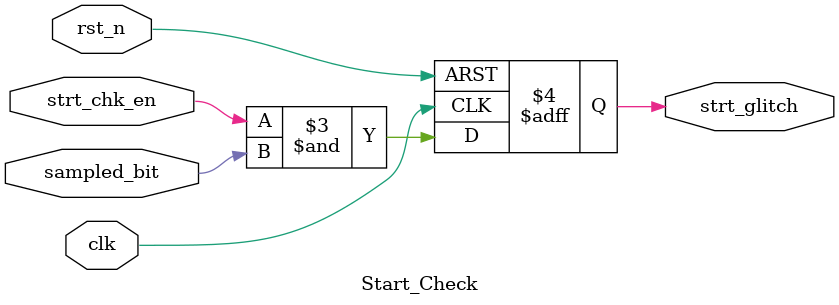
<source format=v>
module Start_Check(
    input wire clk,
    input wire rst_n,
    input wire strt_chk_en,
    input wire sampled_bit,
    output reg strt_glitch
);

    // Start Bit Check Logic
    always @(posedge clk or negedge rst_n) begin
        if (!rst_n)
            strt_glitch <= 1'b0;
        else
            strt_glitch <= strt_chk_en & sampled_bit;
    end
endmodule
</source>
